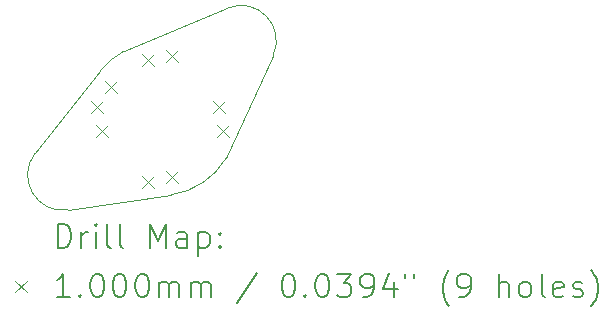
<source format=gbr>
%TF.GenerationSoftware,KiCad,Pcbnew,7.0.5*%
%TF.CreationDate,2023-06-18T14:42:30+02:00*%
%TF.ProjectId,RH_RKJXM1015004_FacePlateTilted,52485f52-4b4a-4584-9d31-303135303034,rev?*%
%TF.SameCoordinates,Original*%
%TF.FileFunction,Drillmap*%
%TF.FilePolarity,Positive*%
%FSLAX45Y45*%
G04 Gerber Fmt 4.5, Leading zero omitted, Abs format (unit mm)*
G04 Created by KiCad (PCBNEW 7.0.5) date 2023-06-18 14:42:30*
%MOMM*%
%LPD*%
G01*
G04 APERTURE LIST*
%ADD10C,0.100000*%
%ADD11C,0.200000*%
G04 APERTURE END LIST*
D10*
X5294813Y-6342900D02*
G75*
G03*
X5756987Y-6035007I-94753J643060D01*
G01*
X5767662Y-4762669D02*
X4889923Y-5128602D01*
X4142173Y-5988571D02*
G75*
G03*
X4421070Y-6471635I235167J-186269D01*
G01*
X6155834Y-5164534D02*
G75*
G03*
X5767662Y-4762669I-272735J124964D01*
G01*
X4889923Y-5128600D02*
G75*
G03*
X4690535Y-5296256I310147J-571240D01*
G01*
X6155836Y-5164535D02*
X5756987Y-6035007D01*
X4142172Y-5988570D02*
X4690535Y-5296256D01*
X4421070Y-6471635D02*
X5294813Y-6342897D01*
D11*
D10*
X4615000Y-5550000D02*
X4715000Y-5650000D01*
X4715000Y-5550000D02*
X4615000Y-5650000D01*
X4655000Y-5750000D02*
X4755000Y-5850000D01*
X4755000Y-5750000D02*
X4655000Y-5850000D01*
X4735000Y-5380000D02*
X4835000Y-5480000D01*
X4835000Y-5380000D02*
X4735000Y-5480000D01*
X5050000Y-5155000D02*
X5150000Y-5255000D01*
X5150000Y-5155000D02*
X5050000Y-5255000D01*
X5050000Y-6185000D02*
X5150000Y-6285000D01*
X5150000Y-6185000D02*
X5050000Y-6285000D01*
X5250000Y-5115000D02*
X5350000Y-5215000D01*
X5350000Y-5115000D02*
X5250000Y-5215000D01*
X5250000Y-6145000D02*
X5350000Y-6245000D01*
X5350000Y-6145000D02*
X5250000Y-6245000D01*
X5645000Y-5550000D02*
X5745000Y-5650000D01*
X5745000Y-5550000D02*
X5645000Y-5650000D01*
X5685000Y-5750000D02*
X5785000Y-5850000D01*
X5785000Y-5750000D02*
X5685000Y-5850000D01*
D11*
X4333117Y-6791323D02*
X4333117Y-6591323D01*
X4333117Y-6591323D02*
X4380736Y-6591323D01*
X4380736Y-6591323D02*
X4409308Y-6600847D01*
X4409308Y-6600847D02*
X4428355Y-6619895D01*
X4428355Y-6619895D02*
X4437879Y-6638942D01*
X4437879Y-6638942D02*
X4447403Y-6677037D01*
X4447403Y-6677037D02*
X4447403Y-6705609D01*
X4447403Y-6705609D02*
X4437879Y-6743704D01*
X4437879Y-6743704D02*
X4428355Y-6762752D01*
X4428355Y-6762752D02*
X4409308Y-6781799D01*
X4409308Y-6781799D02*
X4380736Y-6791323D01*
X4380736Y-6791323D02*
X4333117Y-6791323D01*
X4533117Y-6791323D02*
X4533117Y-6657990D01*
X4533117Y-6696085D02*
X4542641Y-6677037D01*
X4542641Y-6677037D02*
X4552165Y-6667514D01*
X4552165Y-6667514D02*
X4571213Y-6657990D01*
X4571213Y-6657990D02*
X4590260Y-6657990D01*
X4656927Y-6791323D02*
X4656927Y-6657990D01*
X4656927Y-6591323D02*
X4647403Y-6600847D01*
X4647403Y-6600847D02*
X4656927Y-6610371D01*
X4656927Y-6610371D02*
X4666451Y-6600847D01*
X4666451Y-6600847D02*
X4656927Y-6591323D01*
X4656927Y-6591323D02*
X4656927Y-6610371D01*
X4780736Y-6791323D02*
X4761689Y-6781799D01*
X4761689Y-6781799D02*
X4752165Y-6762752D01*
X4752165Y-6762752D02*
X4752165Y-6591323D01*
X4885498Y-6791323D02*
X4866451Y-6781799D01*
X4866451Y-6781799D02*
X4856927Y-6762752D01*
X4856927Y-6762752D02*
X4856927Y-6591323D01*
X5114070Y-6791323D02*
X5114070Y-6591323D01*
X5114070Y-6591323D02*
X5180736Y-6734180D01*
X5180736Y-6734180D02*
X5247403Y-6591323D01*
X5247403Y-6591323D02*
X5247403Y-6791323D01*
X5428355Y-6791323D02*
X5428355Y-6686561D01*
X5428355Y-6686561D02*
X5418832Y-6667514D01*
X5418832Y-6667514D02*
X5399784Y-6657990D01*
X5399784Y-6657990D02*
X5361689Y-6657990D01*
X5361689Y-6657990D02*
X5342641Y-6667514D01*
X5428355Y-6781799D02*
X5409308Y-6791323D01*
X5409308Y-6791323D02*
X5361689Y-6791323D01*
X5361689Y-6791323D02*
X5342641Y-6781799D01*
X5342641Y-6781799D02*
X5333117Y-6762752D01*
X5333117Y-6762752D02*
X5333117Y-6743704D01*
X5333117Y-6743704D02*
X5342641Y-6724657D01*
X5342641Y-6724657D02*
X5361689Y-6715133D01*
X5361689Y-6715133D02*
X5409308Y-6715133D01*
X5409308Y-6715133D02*
X5428355Y-6705609D01*
X5523594Y-6657990D02*
X5523594Y-6857990D01*
X5523594Y-6667514D02*
X5542641Y-6657990D01*
X5542641Y-6657990D02*
X5580736Y-6657990D01*
X5580736Y-6657990D02*
X5599784Y-6667514D01*
X5599784Y-6667514D02*
X5609308Y-6677037D01*
X5609308Y-6677037D02*
X5618832Y-6696085D01*
X5618832Y-6696085D02*
X5618832Y-6753228D01*
X5618832Y-6753228D02*
X5609308Y-6772276D01*
X5609308Y-6772276D02*
X5599784Y-6781799D01*
X5599784Y-6781799D02*
X5580736Y-6791323D01*
X5580736Y-6791323D02*
X5542641Y-6791323D01*
X5542641Y-6791323D02*
X5523594Y-6781799D01*
X5704546Y-6772276D02*
X5714070Y-6781799D01*
X5714070Y-6781799D02*
X5704546Y-6791323D01*
X5704546Y-6791323D02*
X5695022Y-6781799D01*
X5695022Y-6781799D02*
X5704546Y-6772276D01*
X5704546Y-6772276D02*
X5704546Y-6791323D01*
X5704546Y-6667514D02*
X5714070Y-6677037D01*
X5714070Y-6677037D02*
X5704546Y-6686561D01*
X5704546Y-6686561D02*
X5695022Y-6677037D01*
X5695022Y-6677037D02*
X5704546Y-6667514D01*
X5704546Y-6667514D02*
X5704546Y-6686561D01*
D10*
X3972340Y-7069839D02*
X4072340Y-7169839D01*
X4072340Y-7069839D02*
X3972340Y-7169839D01*
D11*
X4437879Y-7211323D02*
X4323594Y-7211323D01*
X4380736Y-7211323D02*
X4380736Y-7011323D01*
X4380736Y-7011323D02*
X4361689Y-7039895D01*
X4361689Y-7039895D02*
X4342641Y-7058942D01*
X4342641Y-7058942D02*
X4323594Y-7068466D01*
X4523594Y-7192276D02*
X4533117Y-7201799D01*
X4533117Y-7201799D02*
X4523594Y-7211323D01*
X4523594Y-7211323D02*
X4514070Y-7201799D01*
X4514070Y-7201799D02*
X4523594Y-7192276D01*
X4523594Y-7192276D02*
X4523594Y-7211323D01*
X4656927Y-7011323D02*
X4675975Y-7011323D01*
X4675975Y-7011323D02*
X4695022Y-7020847D01*
X4695022Y-7020847D02*
X4704546Y-7030371D01*
X4704546Y-7030371D02*
X4714070Y-7049418D01*
X4714070Y-7049418D02*
X4723594Y-7087514D01*
X4723594Y-7087514D02*
X4723594Y-7135133D01*
X4723594Y-7135133D02*
X4714070Y-7173228D01*
X4714070Y-7173228D02*
X4704546Y-7192276D01*
X4704546Y-7192276D02*
X4695022Y-7201799D01*
X4695022Y-7201799D02*
X4675975Y-7211323D01*
X4675975Y-7211323D02*
X4656927Y-7211323D01*
X4656927Y-7211323D02*
X4637879Y-7201799D01*
X4637879Y-7201799D02*
X4628355Y-7192276D01*
X4628355Y-7192276D02*
X4618832Y-7173228D01*
X4618832Y-7173228D02*
X4609308Y-7135133D01*
X4609308Y-7135133D02*
X4609308Y-7087514D01*
X4609308Y-7087514D02*
X4618832Y-7049418D01*
X4618832Y-7049418D02*
X4628355Y-7030371D01*
X4628355Y-7030371D02*
X4637879Y-7020847D01*
X4637879Y-7020847D02*
X4656927Y-7011323D01*
X4847403Y-7011323D02*
X4866451Y-7011323D01*
X4866451Y-7011323D02*
X4885498Y-7020847D01*
X4885498Y-7020847D02*
X4895022Y-7030371D01*
X4895022Y-7030371D02*
X4904546Y-7049418D01*
X4904546Y-7049418D02*
X4914070Y-7087514D01*
X4914070Y-7087514D02*
X4914070Y-7135133D01*
X4914070Y-7135133D02*
X4904546Y-7173228D01*
X4904546Y-7173228D02*
X4895022Y-7192276D01*
X4895022Y-7192276D02*
X4885498Y-7201799D01*
X4885498Y-7201799D02*
X4866451Y-7211323D01*
X4866451Y-7211323D02*
X4847403Y-7211323D01*
X4847403Y-7211323D02*
X4828355Y-7201799D01*
X4828355Y-7201799D02*
X4818832Y-7192276D01*
X4818832Y-7192276D02*
X4809308Y-7173228D01*
X4809308Y-7173228D02*
X4799784Y-7135133D01*
X4799784Y-7135133D02*
X4799784Y-7087514D01*
X4799784Y-7087514D02*
X4809308Y-7049418D01*
X4809308Y-7049418D02*
X4818832Y-7030371D01*
X4818832Y-7030371D02*
X4828355Y-7020847D01*
X4828355Y-7020847D02*
X4847403Y-7011323D01*
X5037879Y-7011323D02*
X5056927Y-7011323D01*
X5056927Y-7011323D02*
X5075975Y-7020847D01*
X5075975Y-7020847D02*
X5085498Y-7030371D01*
X5085498Y-7030371D02*
X5095022Y-7049418D01*
X5095022Y-7049418D02*
X5104546Y-7087514D01*
X5104546Y-7087514D02*
X5104546Y-7135133D01*
X5104546Y-7135133D02*
X5095022Y-7173228D01*
X5095022Y-7173228D02*
X5085498Y-7192276D01*
X5085498Y-7192276D02*
X5075975Y-7201799D01*
X5075975Y-7201799D02*
X5056927Y-7211323D01*
X5056927Y-7211323D02*
X5037879Y-7211323D01*
X5037879Y-7211323D02*
X5018832Y-7201799D01*
X5018832Y-7201799D02*
X5009308Y-7192276D01*
X5009308Y-7192276D02*
X4999784Y-7173228D01*
X4999784Y-7173228D02*
X4990260Y-7135133D01*
X4990260Y-7135133D02*
X4990260Y-7087514D01*
X4990260Y-7087514D02*
X4999784Y-7049418D01*
X4999784Y-7049418D02*
X5009308Y-7030371D01*
X5009308Y-7030371D02*
X5018832Y-7020847D01*
X5018832Y-7020847D02*
X5037879Y-7011323D01*
X5190260Y-7211323D02*
X5190260Y-7077990D01*
X5190260Y-7097037D02*
X5199784Y-7087514D01*
X5199784Y-7087514D02*
X5218832Y-7077990D01*
X5218832Y-7077990D02*
X5247403Y-7077990D01*
X5247403Y-7077990D02*
X5266451Y-7087514D01*
X5266451Y-7087514D02*
X5275975Y-7106561D01*
X5275975Y-7106561D02*
X5275975Y-7211323D01*
X5275975Y-7106561D02*
X5285498Y-7087514D01*
X5285498Y-7087514D02*
X5304546Y-7077990D01*
X5304546Y-7077990D02*
X5333117Y-7077990D01*
X5333117Y-7077990D02*
X5352165Y-7087514D01*
X5352165Y-7087514D02*
X5361689Y-7106561D01*
X5361689Y-7106561D02*
X5361689Y-7211323D01*
X5456927Y-7211323D02*
X5456927Y-7077990D01*
X5456927Y-7097037D02*
X5466451Y-7087514D01*
X5466451Y-7087514D02*
X5485498Y-7077990D01*
X5485498Y-7077990D02*
X5514070Y-7077990D01*
X5514070Y-7077990D02*
X5533117Y-7087514D01*
X5533117Y-7087514D02*
X5542641Y-7106561D01*
X5542641Y-7106561D02*
X5542641Y-7211323D01*
X5542641Y-7106561D02*
X5552165Y-7087514D01*
X5552165Y-7087514D02*
X5571213Y-7077990D01*
X5571213Y-7077990D02*
X5599784Y-7077990D01*
X5599784Y-7077990D02*
X5618832Y-7087514D01*
X5618832Y-7087514D02*
X5628355Y-7106561D01*
X5628355Y-7106561D02*
X5628355Y-7211323D01*
X6018832Y-7001799D02*
X5847403Y-7258942D01*
X6275975Y-7011323D02*
X6295022Y-7011323D01*
X6295022Y-7011323D02*
X6314070Y-7020847D01*
X6314070Y-7020847D02*
X6323594Y-7030371D01*
X6323594Y-7030371D02*
X6333117Y-7049418D01*
X6333117Y-7049418D02*
X6342641Y-7087514D01*
X6342641Y-7087514D02*
X6342641Y-7135133D01*
X6342641Y-7135133D02*
X6333117Y-7173228D01*
X6333117Y-7173228D02*
X6323594Y-7192276D01*
X6323594Y-7192276D02*
X6314070Y-7201799D01*
X6314070Y-7201799D02*
X6295022Y-7211323D01*
X6295022Y-7211323D02*
X6275975Y-7211323D01*
X6275975Y-7211323D02*
X6256927Y-7201799D01*
X6256927Y-7201799D02*
X6247403Y-7192276D01*
X6247403Y-7192276D02*
X6237879Y-7173228D01*
X6237879Y-7173228D02*
X6228356Y-7135133D01*
X6228356Y-7135133D02*
X6228356Y-7087514D01*
X6228356Y-7087514D02*
X6237879Y-7049418D01*
X6237879Y-7049418D02*
X6247403Y-7030371D01*
X6247403Y-7030371D02*
X6256927Y-7020847D01*
X6256927Y-7020847D02*
X6275975Y-7011323D01*
X6428356Y-7192276D02*
X6437879Y-7201799D01*
X6437879Y-7201799D02*
X6428356Y-7211323D01*
X6428356Y-7211323D02*
X6418832Y-7201799D01*
X6418832Y-7201799D02*
X6428356Y-7192276D01*
X6428356Y-7192276D02*
X6428356Y-7211323D01*
X6561689Y-7011323D02*
X6580737Y-7011323D01*
X6580737Y-7011323D02*
X6599784Y-7020847D01*
X6599784Y-7020847D02*
X6609308Y-7030371D01*
X6609308Y-7030371D02*
X6618832Y-7049418D01*
X6618832Y-7049418D02*
X6628356Y-7087514D01*
X6628356Y-7087514D02*
X6628356Y-7135133D01*
X6628356Y-7135133D02*
X6618832Y-7173228D01*
X6618832Y-7173228D02*
X6609308Y-7192276D01*
X6609308Y-7192276D02*
X6599784Y-7201799D01*
X6599784Y-7201799D02*
X6580737Y-7211323D01*
X6580737Y-7211323D02*
X6561689Y-7211323D01*
X6561689Y-7211323D02*
X6542641Y-7201799D01*
X6542641Y-7201799D02*
X6533117Y-7192276D01*
X6533117Y-7192276D02*
X6523594Y-7173228D01*
X6523594Y-7173228D02*
X6514070Y-7135133D01*
X6514070Y-7135133D02*
X6514070Y-7087514D01*
X6514070Y-7087514D02*
X6523594Y-7049418D01*
X6523594Y-7049418D02*
X6533117Y-7030371D01*
X6533117Y-7030371D02*
X6542641Y-7020847D01*
X6542641Y-7020847D02*
X6561689Y-7011323D01*
X6695022Y-7011323D02*
X6818832Y-7011323D01*
X6818832Y-7011323D02*
X6752165Y-7087514D01*
X6752165Y-7087514D02*
X6780737Y-7087514D01*
X6780737Y-7087514D02*
X6799784Y-7097037D01*
X6799784Y-7097037D02*
X6809308Y-7106561D01*
X6809308Y-7106561D02*
X6818832Y-7125609D01*
X6818832Y-7125609D02*
X6818832Y-7173228D01*
X6818832Y-7173228D02*
X6809308Y-7192276D01*
X6809308Y-7192276D02*
X6799784Y-7201799D01*
X6799784Y-7201799D02*
X6780737Y-7211323D01*
X6780737Y-7211323D02*
X6723594Y-7211323D01*
X6723594Y-7211323D02*
X6704546Y-7201799D01*
X6704546Y-7201799D02*
X6695022Y-7192276D01*
X6914070Y-7211323D02*
X6952165Y-7211323D01*
X6952165Y-7211323D02*
X6971213Y-7201799D01*
X6971213Y-7201799D02*
X6980737Y-7192276D01*
X6980737Y-7192276D02*
X6999784Y-7163704D01*
X6999784Y-7163704D02*
X7009308Y-7125609D01*
X7009308Y-7125609D02*
X7009308Y-7049418D01*
X7009308Y-7049418D02*
X6999784Y-7030371D01*
X6999784Y-7030371D02*
X6990260Y-7020847D01*
X6990260Y-7020847D02*
X6971213Y-7011323D01*
X6971213Y-7011323D02*
X6933117Y-7011323D01*
X6933117Y-7011323D02*
X6914070Y-7020847D01*
X6914070Y-7020847D02*
X6904546Y-7030371D01*
X6904546Y-7030371D02*
X6895022Y-7049418D01*
X6895022Y-7049418D02*
X6895022Y-7097037D01*
X6895022Y-7097037D02*
X6904546Y-7116085D01*
X6904546Y-7116085D02*
X6914070Y-7125609D01*
X6914070Y-7125609D02*
X6933117Y-7135133D01*
X6933117Y-7135133D02*
X6971213Y-7135133D01*
X6971213Y-7135133D02*
X6990260Y-7125609D01*
X6990260Y-7125609D02*
X6999784Y-7116085D01*
X6999784Y-7116085D02*
X7009308Y-7097037D01*
X7180737Y-7077990D02*
X7180737Y-7211323D01*
X7133117Y-7001799D02*
X7085498Y-7144657D01*
X7085498Y-7144657D02*
X7209308Y-7144657D01*
X7275975Y-7011323D02*
X7275975Y-7049418D01*
X7352165Y-7011323D02*
X7352165Y-7049418D01*
X7647403Y-7287514D02*
X7637879Y-7277990D01*
X7637879Y-7277990D02*
X7618832Y-7249418D01*
X7618832Y-7249418D02*
X7609308Y-7230371D01*
X7609308Y-7230371D02*
X7599784Y-7201799D01*
X7599784Y-7201799D02*
X7590260Y-7154180D01*
X7590260Y-7154180D02*
X7590260Y-7116085D01*
X7590260Y-7116085D02*
X7599784Y-7068466D01*
X7599784Y-7068466D02*
X7609308Y-7039895D01*
X7609308Y-7039895D02*
X7618832Y-7020847D01*
X7618832Y-7020847D02*
X7637879Y-6992276D01*
X7637879Y-6992276D02*
X7647403Y-6982752D01*
X7733118Y-7211323D02*
X7771213Y-7211323D01*
X7771213Y-7211323D02*
X7790260Y-7201799D01*
X7790260Y-7201799D02*
X7799784Y-7192276D01*
X7799784Y-7192276D02*
X7818832Y-7163704D01*
X7818832Y-7163704D02*
X7828356Y-7125609D01*
X7828356Y-7125609D02*
X7828356Y-7049418D01*
X7828356Y-7049418D02*
X7818832Y-7030371D01*
X7818832Y-7030371D02*
X7809308Y-7020847D01*
X7809308Y-7020847D02*
X7790260Y-7011323D01*
X7790260Y-7011323D02*
X7752165Y-7011323D01*
X7752165Y-7011323D02*
X7733118Y-7020847D01*
X7733118Y-7020847D02*
X7723594Y-7030371D01*
X7723594Y-7030371D02*
X7714070Y-7049418D01*
X7714070Y-7049418D02*
X7714070Y-7097037D01*
X7714070Y-7097037D02*
X7723594Y-7116085D01*
X7723594Y-7116085D02*
X7733118Y-7125609D01*
X7733118Y-7125609D02*
X7752165Y-7135133D01*
X7752165Y-7135133D02*
X7790260Y-7135133D01*
X7790260Y-7135133D02*
X7809308Y-7125609D01*
X7809308Y-7125609D02*
X7818832Y-7116085D01*
X7818832Y-7116085D02*
X7828356Y-7097037D01*
X8066451Y-7211323D02*
X8066451Y-7011323D01*
X8152165Y-7211323D02*
X8152165Y-7106561D01*
X8152165Y-7106561D02*
X8142641Y-7087514D01*
X8142641Y-7087514D02*
X8123594Y-7077990D01*
X8123594Y-7077990D02*
X8095022Y-7077990D01*
X8095022Y-7077990D02*
X8075975Y-7087514D01*
X8075975Y-7087514D02*
X8066451Y-7097037D01*
X8275975Y-7211323D02*
X8256927Y-7201799D01*
X8256927Y-7201799D02*
X8247403Y-7192276D01*
X8247403Y-7192276D02*
X8237880Y-7173228D01*
X8237880Y-7173228D02*
X8237880Y-7116085D01*
X8237880Y-7116085D02*
X8247403Y-7097037D01*
X8247403Y-7097037D02*
X8256927Y-7087514D01*
X8256927Y-7087514D02*
X8275975Y-7077990D01*
X8275975Y-7077990D02*
X8304546Y-7077990D01*
X8304546Y-7077990D02*
X8323594Y-7087514D01*
X8323594Y-7087514D02*
X8333118Y-7097037D01*
X8333118Y-7097037D02*
X8342641Y-7116085D01*
X8342641Y-7116085D02*
X8342641Y-7173228D01*
X8342641Y-7173228D02*
X8333118Y-7192276D01*
X8333118Y-7192276D02*
X8323594Y-7201799D01*
X8323594Y-7201799D02*
X8304546Y-7211323D01*
X8304546Y-7211323D02*
X8275975Y-7211323D01*
X8456927Y-7211323D02*
X8437880Y-7201799D01*
X8437880Y-7201799D02*
X8428356Y-7182752D01*
X8428356Y-7182752D02*
X8428356Y-7011323D01*
X8609308Y-7201799D02*
X8590261Y-7211323D01*
X8590261Y-7211323D02*
X8552165Y-7211323D01*
X8552165Y-7211323D02*
X8533118Y-7201799D01*
X8533118Y-7201799D02*
X8523594Y-7182752D01*
X8523594Y-7182752D02*
X8523594Y-7106561D01*
X8523594Y-7106561D02*
X8533118Y-7087514D01*
X8533118Y-7087514D02*
X8552165Y-7077990D01*
X8552165Y-7077990D02*
X8590261Y-7077990D01*
X8590261Y-7077990D02*
X8609308Y-7087514D01*
X8609308Y-7087514D02*
X8618832Y-7106561D01*
X8618832Y-7106561D02*
X8618832Y-7125609D01*
X8618832Y-7125609D02*
X8523594Y-7144657D01*
X8695023Y-7201799D02*
X8714070Y-7211323D01*
X8714070Y-7211323D02*
X8752165Y-7211323D01*
X8752165Y-7211323D02*
X8771213Y-7201799D01*
X8771213Y-7201799D02*
X8780737Y-7182752D01*
X8780737Y-7182752D02*
X8780737Y-7173228D01*
X8780737Y-7173228D02*
X8771213Y-7154180D01*
X8771213Y-7154180D02*
X8752165Y-7144657D01*
X8752165Y-7144657D02*
X8723594Y-7144657D01*
X8723594Y-7144657D02*
X8704546Y-7135133D01*
X8704546Y-7135133D02*
X8695023Y-7116085D01*
X8695023Y-7116085D02*
X8695023Y-7106561D01*
X8695023Y-7106561D02*
X8704546Y-7087514D01*
X8704546Y-7087514D02*
X8723594Y-7077990D01*
X8723594Y-7077990D02*
X8752165Y-7077990D01*
X8752165Y-7077990D02*
X8771213Y-7087514D01*
X8847404Y-7287514D02*
X8856927Y-7277990D01*
X8856927Y-7277990D02*
X8875975Y-7249418D01*
X8875975Y-7249418D02*
X8885499Y-7230371D01*
X8885499Y-7230371D02*
X8895023Y-7201799D01*
X8895023Y-7201799D02*
X8904546Y-7154180D01*
X8904546Y-7154180D02*
X8904546Y-7116085D01*
X8904546Y-7116085D02*
X8895023Y-7068466D01*
X8895023Y-7068466D02*
X8885499Y-7039895D01*
X8885499Y-7039895D02*
X8875975Y-7020847D01*
X8875975Y-7020847D02*
X8856927Y-6992276D01*
X8856927Y-6992276D02*
X8847404Y-6982752D01*
M02*

</source>
